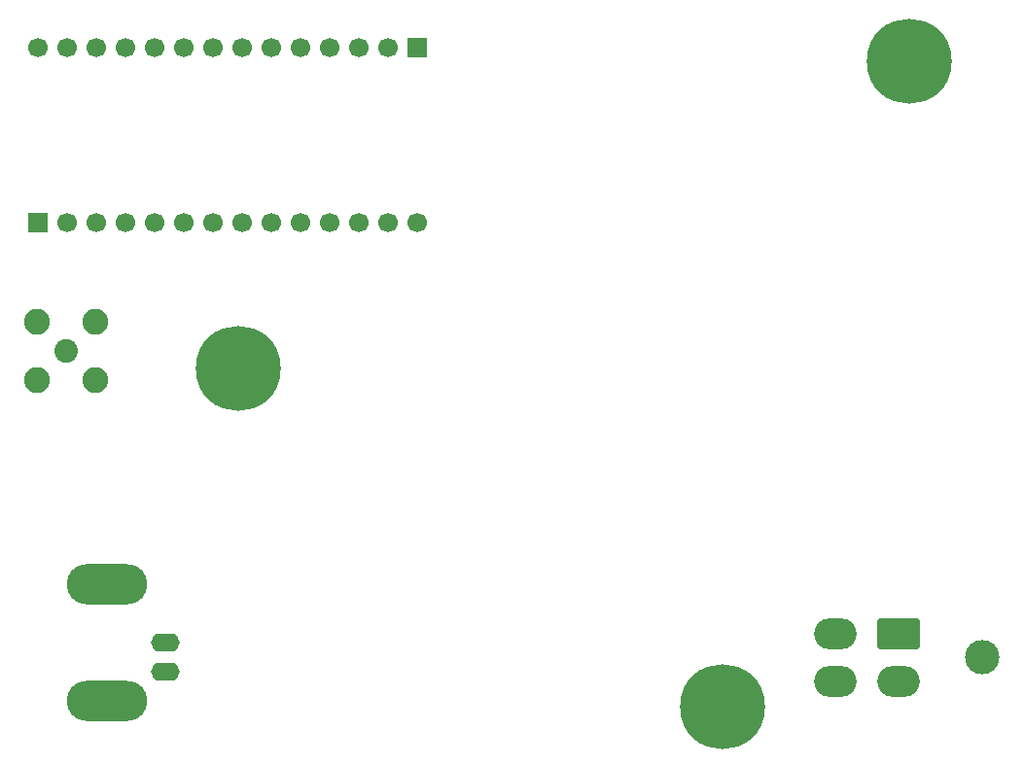
<source format=gbr>
%TF.GenerationSoftware,KiCad,Pcbnew,9.0.4*%
%TF.CreationDate,2025-09-05T01:27:12-04:00*%
%TF.ProjectId,max5719_breakout,6d617835-3731-4395-9f62-7265616b6f75,rev?*%
%TF.SameCoordinates,Original*%
%TF.FileFunction,Soldermask,Bot*%
%TF.FilePolarity,Negative*%
%FSLAX46Y46*%
G04 Gerber Fmt 4.6, Leading zero omitted, Abs format (unit mm)*
G04 Created by KiCad (PCBNEW 9.0.4) date 2025-09-05 01:27:12*
%MOMM*%
%LPD*%
G01*
G04 APERTURE LIST*
G04 Aperture macros list*
%AMRoundRect*
0 Rectangle with rounded corners*
0 $1 Rounding radius*
0 $2 $3 $4 $5 $6 $7 $8 $9 X,Y pos of 4 corners*
0 Add a 4 corners polygon primitive as box body*
4,1,4,$2,$3,$4,$5,$6,$7,$8,$9,$2,$3,0*
0 Add four circle primitives for the rounded corners*
1,1,$1+$1,$2,$3*
1,1,$1+$1,$4,$5*
1,1,$1+$1,$6,$7*
1,1,$1+$1,$8,$9*
0 Add four rect primitives between the rounded corners*
20,1,$1+$1,$2,$3,$4,$5,0*
20,1,$1+$1,$4,$5,$6,$7,0*
20,1,$1+$1,$6,$7,$8,$9,0*
20,1,$1+$1,$8,$9,$2,$3,0*%
G04 Aperture macros list end*
%ADD10C,0.800000*%
%ADD11C,7.400000*%
%ADD12C,3.000000*%
%ADD13RoundRect,0.250001X-1.599999X1.099999X-1.599999X-1.099999X1.599999X-1.099999X1.599999X1.099999X0*%
%ADD14O,3.700000X2.700000*%
%ADD15O,2.500000X1.600000*%
%ADD16O,7.000000X3.500000*%
%ADD17C,2.050000*%
%ADD18C,2.250000*%
%ADD19R,1.700000X1.700000*%
%ADD20C,1.700000*%
G04 APERTURE END LIST*
D10*
%TO.C,H1*%
X36849000Y-62484000D03*
X37661779Y-60521779D03*
X37661779Y-64446221D03*
X39624000Y-59709000D03*
D11*
X39624000Y-62484000D03*
D10*
X39624000Y-65259000D03*
X41586221Y-60521779D03*
X41586221Y-64446221D03*
X42399000Y-62484000D03*
%TD*%
D12*
%TO.C,J1*%
X104394000Y-87698000D03*
D13*
X97094000Y-85598000D03*
D14*
X97094000Y-89798000D03*
X91594000Y-85598000D03*
X91594000Y-89798000D03*
%TD*%
D15*
%TO.C,J5*%
X33274000Y-86360000D03*
D16*
X28194000Y-91440000D03*
D15*
X33274000Y-88900000D03*
D16*
X28194000Y-81280000D03*
%TD*%
D17*
%TO.C,J2*%
X24638000Y-60960000D03*
D18*
X22098000Y-63500000D03*
X27178000Y-63500000D03*
X22098000Y-58420000D03*
X27178000Y-58420000D03*
%TD*%
D10*
%TO.C,H2*%
X95199221Y-35744221D03*
X96012000Y-33782000D03*
X96012000Y-37706442D03*
X97974221Y-32969221D03*
D11*
X97974221Y-35744221D03*
D10*
X97974221Y-38519221D03*
X99936442Y-33782000D03*
X99936442Y-37706442D03*
X100749221Y-35744221D03*
%TD*%
D19*
%TO.C,J4*%
X55213000Y-34544000D03*
D20*
X52673000Y-34544000D03*
X50133000Y-34544000D03*
X47593000Y-34544000D03*
X45053000Y-34544000D03*
X42513000Y-34544000D03*
X39973000Y-34544000D03*
X37433000Y-34544000D03*
X34893000Y-34544000D03*
X32353000Y-34544000D03*
X29813000Y-34544000D03*
X27273000Y-34544000D03*
X24733000Y-34544000D03*
X22193000Y-34544000D03*
%TD*%
D10*
%TO.C,H3*%
X79013000Y-91948000D03*
X79825779Y-89985779D03*
X79825779Y-93910221D03*
X81788000Y-89173000D03*
D11*
X81788000Y-91948000D03*
D10*
X81788000Y-94723000D03*
X83750221Y-89985779D03*
X83750221Y-93910221D03*
X84563000Y-91948000D03*
%TD*%
D19*
%TO.C,J3*%
X22193000Y-49784000D03*
D20*
X24733000Y-49784000D03*
X27273000Y-49784000D03*
X29813000Y-49784000D03*
X32353000Y-49784000D03*
X34893000Y-49784000D03*
X37433000Y-49784000D03*
X39973000Y-49784000D03*
X42513000Y-49784000D03*
X45053000Y-49784000D03*
X47593000Y-49784000D03*
X50133000Y-49784000D03*
X52673000Y-49784000D03*
X55213000Y-49784000D03*
%TD*%
M02*

</source>
